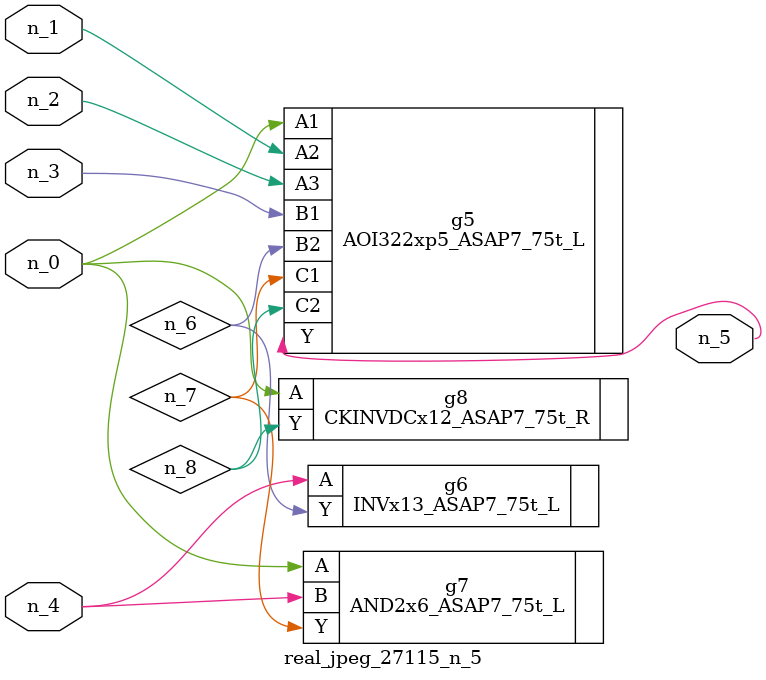
<source format=v>
module real_jpeg_27115_n_5 (n_4, n_0, n_1, n_2, n_3, n_5);

input n_4;
input n_0;
input n_1;
input n_2;
input n_3;

output n_5;

wire n_8;
wire n_6;
wire n_7;

AOI322xp5_ASAP7_75t_L g5 ( 
.A1(n_0),
.A2(n_1),
.A3(n_2),
.B1(n_3),
.B2(n_6),
.C1(n_7),
.C2(n_8),
.Y(n_5)
);

AND2x6_ASAP7_75t_L g7 ( 
.A(n_0),
.B(n_4),
.Y(n_7)
);

CKINVDCx12_ASAP7_75t_R g8 ( 
.A(n_0),
.Y(n_8)
);

INVx13_ASAP7_75t_L g6 ( 
.A(n_4),
.Y(n_6)
);


endmodule
</source>
